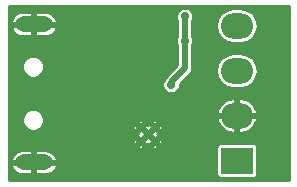
<source format=gbl>
G04 #@! TF.FileFunction,Copper,L2,Bot,Signal*
%FSLAX46Y46*%
G04 Gerber Fmt 4.6, Leading zero omitted, Abs format (unit mm)*
G04 Created by KiCad (PCBNEW 4.0.5) date Saturday 15 April 2017 18:44:44*
%MOMM*%
%LPD*%
G01*
G04 APERTURE LIST*
%ADD10C,0.100000*%
%ADD11O,3.200000X1.300000*%
%ADD12R,2.700000X2.200000*%
%ADD13O,2.700000X2.200000*%
%ADD14C,0.500000*%
%ADD15C,0.700000*%
%ADD16C,1.000000*%
%ADD17C,0.500000*%
%ADD18C,0.254000*%
G04 APERTURE END LIST*
D10*
D11*
X2750000Y13850000D03*
X2750000Y2150000D03*
D12*
X19950000Y2285000D03*
D13*
X19950000Y6100000D03*
X19950000Y9900000D03*
X19950000Y13715000D03*
D14*
X12400000Y4525000D03*
X11800000Y3925000D03*
X13000000Y5125000D03*
X13000000Y3925000D03*
X11800000Y5125000D03*
D15*
X7700020Y6202267D03*
X9800021Y9249902D03*
D16*
X7050000Y11500000D03*
D15*
X9450052Y3100000D03*
X11074271Y782664D03*
X14300000Y14250000D03*
X13550000Y9080582D03*
X10550000Y6500000D03*
X7550000Y10500000D03*
X14370240Y8710166D03*
X15550000Y14500000D03*
X15550000Y12450000D03*
D17*
X15550000Y10100000D02*
X14370240Y8920240D01*
X14370240Y8920240D02*
X14370240Y8710166D01*
X15550000Y11955026D02*
X15550000Y10100000D01*
X15550000Y12450000D02*
X15550000Y11955026D01*
X15550000Y12450000D02*
X15550000Y14500000D01*
D18*
G36*
X24373000Y627000D02*
X627000Y627000D01*
X627000Y1865139D01*
X813297Y1865139D01*
X983999Y1513605D01*
X1289651Y1249777D01*
X1673000Y1123000D01*
X2623000Y1123000D01*
X2623000Y2023000D01*
X2877000Y2023000D01*
X2877000Y1123000D01*
X3827000Y1123000D01*
X4210349Y1249777D01*
X4516001Y1513605D01*
X4686703Y1865139D01*
X4624064Y2023000D01*
X2877000Y2023000D01*
X2623000Y2023000D01*
X875936Y2023000D01*
X813297Y1865139D01*
X627000Y1865139D01*
X627000Y2434861D01*
X813297Y2434861D01*
X875936Y2277000D01*
X2623000Y2277000D01*
X2623000Y3177000D01*
X2877000Y3177000D01*
X2877000Y2277000D01*
X4624064Y2277000D01*
X4686703Y2434861D01*
X4516001Y2786395D01*
X4210349Y3050223D01*
X3827000Y3177000D01*
X2877000Y3177000D01*
X2623000Y3177000D01*
X1673000Y3177000D01*
X1289651Y3050223D01*
X983999Y2786395D01*
X813297Y2434861D01*
X627000Y2434861D01*
X627000Y3461487D01*
X11513264Y3461487D01*
X11532619Y3344318D01*
X11775190Y3286198D01*
X12021537Y3325329D01*
X12067381Y3344318D01*
X12086736Y3461487D01*
X12713264Y3461487D01*
X12732619Y3344318D01*
X12975190Y3286198D01*
X13221537Y3325329D01*
X13267381Y3344318D01*
X13274101Y3385000D01*
X18211536Y3385000D01*
X18211536Y1185000D01*
X18238103Y1043810D01*
X18321546Y914135D01*
X18448866Y827141D01*
X18600000Y796536D01*
X21300000Y796536D01*
X21441190Y823103D01*
X21570865Y906546D01*
X21657859Y1033866D01*
X21688464Y1185000D01*
X21688464Y3385000D01*
X21661897Y3526190D01*
X21578454Y3655865D01*
X21451134Y3742859D01*
X21300000Y3773464D01*
X18600000Y3773464D01*
X18458810Y3746897D01*
X18329135Y3663454D01*
X18242141Y3536134D01*
X18211536Y3385000D01*
X13274101Y3385000D01*
X13286736Y3461487D01*
X13000000Y3748223D01*
X12713264Y3461487D01*
X12086736Y3461487D01*
X11800000Y3748223D01*
X11513264Y3461487D01*
X627000Y3461487D01*
X627000Y3949810D01*
X11161198Y3949810D01*
X11200329Y3703463D01*
X11219318Y3657619D01*
X11336487Y3638264D01*
X11623223Y3925000D01*
X11976777Y3925000D01*
X12263513Y3638264D01*
X12380682Y3657619D01*
X12396875Y3725204D01*
X12400329Y3703463D01*
X12419318Y3657619D01*
X12536487Y3638264D01*
X12823223Y3925000D01*
X13176777Y3925000D01*
X13463513Y3638264D01*
X13580682Y3657619D01*
X13638802Y3900190D01*
X13599671Y4146537D01*
X13580682Y4192381D01*
X13463513Y4211736D01*
X13176777Y3925000D01*
X12823223Y3925000D01*
X12400000Y4348223D01*
X11976777Y3925000D01*
X11623223Y3925000D01*
X11336487Y4211736D01*
X11219318Y4192381D01*
X11161198Y3949810D01*
X627000Y3949810D01*
X627000Y4661487D01*
X11513264Y4661487D01*
X11532619Y4544318D01*
X11600204Y4528125D01*
X11578463Y4524671D01*
X11532619Y4505682D01*
X11513264Y4388513D01*
X11800000Y4101777D01*
X12223223Y4525000D01*
X12576777Y4525000D01*
X13000000Y4101777D01*
X13286736Y4388513D01*
X13267381Y4505682D01*
X13199796Y4521875D01*
X13221537Y4525329D01*
X13267381Y4544318D01*
X13286736Y4661487D01*
X13000000Y4948223D01*
X12576777Y4525000D01*
X12223223Y4525000D01*
X11800000Y4948223D01*
X11513264Y4661487D01*
X627000Y4661487D01*
X627000Y5565625D01*
X1768839Y5565625D01*
X1910277Y5223320D01*
X2171943Y4961197D01*
X2514000Y4819162D01*
X2884375Y4818839D01*
X3226680Y4960277D01*
X3416544Y5149810D01*
X11161198Y5149810D01*
X11200329Y4903463D01*
X11219318Y4857619D01*
X11336487Y4838264D01*
X11623223Y5125000D01*
X11976777Y5125000D01*
X12400000Y4701777D01*
X12823223Y5125000D01*
X13176777Y5125000D01*
X13463513Y4838264D01*
X13580682Y4857619D01*
X13638802Y5100190D01*
X13599671Y5346537D01*
X13580682Y5392381D01*
X13463513Y5411736D01*
X13176777Y5125000D01*
X12823223Y5125000D01*
X12536487Y5411736D01*
X12419318Y5392381D01*
X12403125Y5324796D01*
X12399671Y5346537D01*
X12380682Y5392381D01*
X12263513Y5411736D01*
X11976777Y5125000D01*
X11623223Y5125000D01*
X11336487Y5411736D01*
X11219318Y5392381D01*
X11161198Y5149810D01*
X3416544Y5149810D01*
X3488803Y5221943D01*
X3630838Y5564000D01*
X3630859Y5588513D01*
X11513264Y5588513D01*
X11800000Y5301777D01*
X12086736Y5588513D01*
X12713264Y5588513D01*
X13000000Y5301777D01*
X13286736Y5588513D01*
X13267381Y5705682D01*
X13105929Y5744366D01*
X18266454Y5744366D01*
X18287401Y5634369D01*
X18573118Y5129235D01*
X19030392Y4771891D01*
X19589608Y4616739D01*
X19823000Y4711981D01*
X19823000Y5973000D01*
X20077000Y5973000D01*
X20077000Y4711981D01*
X20310392Y4616739D01*
X20869608Y4771891D01*
X21326882Y5129235D01*
X21612599Y5634369D01*
X21633546Y5744366D01*
X21576905Y5973000D01*
X20077000Y5973000D01*
X19823000Y5973000D01*
X18323095Y5973000D01*
X18266454Y5744366D01*
X13105929Y5744366D01*
X13024810Y5763802D01*
X12778463Y5724671D01*
X12732619Y5705682D01*
X12713264Y5588513D01*
X12086736Y5588513D01*
X12067381Y5705682D01*
X11824810Y5763802D01*
X11578463Y5724671D01*
X11532619Y5705682D01*
X11513264Y5588513D01*
X3630859Y5588513D01*
X3631161Y5934375D01*
X3489723Y6276680D01*
X3311081Y6455634D01*
X18266454Y6455634D01*
X18323095Y6227000D01*
X19823000Y6227000D01*
X19823000Y7488019D01*
X20077000Y7488019D01*
X20077000Y6227000D01*
X21576905Y6227000D01*
X21633546Y6455634D01*
X21612599Y6565631D01*
X21326882Y7070765D01*
X20869608Y7428109D01*
X20310392Y7583261D01*
X20077000Y7488019D01*
X19823000Y7488019D01*
X19589608Y7583261D01*
X19030392Y7428109D01*
X18573118Y7070765D01*
X18287401Y6565631D01*
X18266454Y6455634D01*
X3311081Y6455634D01*
X3228057Y6538803D01*
X2886000Y6680838D01*
X2515625Y6681161D01*
X2173320Y6539723D01*
X1911197Y6278057D01*
X1769162Y5936000D01*
X1768839Y5565625D01*
X627000Y5565625D01*
X627000Y8565399D01*
X13639114Y8565399D01*
X13750167Y8296629D01*
X13955621Y8090816D01*
X14224197Y7979293D01*
X14515007Y7979040D01*
X14783777Y8090093D01*
X14989590Y8295547D01*
X15101113Y8564123D01*
X15101282Y8758914D01*
X15996185Y9653816D01*
X16132968Y9858527D01*
X16141217Y9900000D01*
X18185088Y9900000D01*
X18297822Y9333246D01*
X18618863Y8852775D01*
X19099334Y8531734D01*
X19666088Y8419000D01*
X20233912Y8419000D01*
X20800666Y8531734D01*
X21281137Y8852775D01*
X21602178Y9333246D01*
X21714912Y9900000D01*
X21602178Y10466754D01*
X21281137Y10947225D01*
X20800666Y11268266D01*
X20233912Y11381000D01*
X19666088Y11381000D01*
X19099334Y11268266D01*
X18618863Y10947225D01*
X18297822Y10466754D01*
X18185088Y9900000D01*
X16141217Y9900000D01*
X16181000Y10100000D01*
X16181000Y12063437D01*
X16280873Y12303957D01*
X16281126Y12594767D01*
X16181000Y12837092D01*
X16181000Y13715000D01*
X18185088Y13715000D01*
X18297822Y13148246D01*
X18618863Y12667775D01*
X19099334Y12346734D01*
X19666088Y12234000D01*
X20233912Y12234000D01*
X20800666Y12346734D01*
X21281137Y12667775D01*
X21602178Y13148246D01*
X21714912Y13715000D01*
X21602178Y14281754D01*
X21281137Y14762225D01*
X20800666Y15083266D01*
X20233912Y15196000D01*
X19666088Y15196000D01*
X19099334Y15083266D01*
X18618863Y14762225D01*
X18297822Y14281754D01*
X18185088Y13715000D01*
X16181000Y13715000D01*
X16181000Y14113437D01*
X16280873Y14353957D01*
X16281126Y14644767D01*
X16170073Y14913537D01*
X15964619Y15119350D01*
X15696043Y15230873D01*
X15405233Y15231126D01*
X15136463Y15120073D01*
X14930650Y14914619D01*
X14819127Y14646043D01*
X14818874Y14355233D01*
X14919000Y14112908D01*
X14919000Y12836563D01*
X14819127Y12596043D01*
X14818874Y12305233D01*
X14919000Y12062908D01*
X14919000Y10361369D01*
X13924056Y9366424D01*
X13787272Y9161713D01*
X13787121Y9160953D01*
X13750890Y9124785D01*
X13639367Y8856209D01*
X13639114Y8565399D01*
X627000Y8565399D01*
X627000Y10065625D01*
X1768839Y10065625D01*
X1910277Y9723320D01*
X2171943Y9461197D01*
X2514000Y9319162D01*
X2884375Y9318839D01*
X3226680Y9460277D01*
X3488803Y9721943D01*
X3630838Y10064000D01*
X3631161Y10434375D01*
X3489723Y10776680D01*
X3228057Y11038803D01*
X2886000Y11180838D01*
X2515625Y11181161D01*
X2173320Y11039723D01*
X1911197Y10778057D01*
X1769162Y10436000D01*
X1768839Y10065625D01*
X627000Y10065625D01*
X627000Y13565139D01*
X813297Y13565139D01*
X983999Y13213605D01*
X1289651Y12949777D01*
X1673000Y12823000D01*
X2623000Y12823000D01*
X2623000Y13723000D01*
X2877000Y13723000D01*
X2877000Y12823000D01*
X3827000Y12823000D01*
X4210349Y12949777D01*
X4516001Y13213605D01*
X4686703Y13565139D01*
X4624064Y13723000D01*
X2877000Y13723000D01*
X2623000Y13723000D01*
X875936Y13723000D01*
X813297Y13565139D01*
X627000Y13565139D01*
X627000Y14134861D01*
X813297Y14134861D01*
X875936Y13977000D01*
X2623000Y13977000D01*
X2623000Y14877000D01*
X2877000Y14877000D01*
X2877000Y13977000D01*
X4624064Y13977000D01*
X4686703Y14134861D01*
X4516001Y14486395D01*
X4210349Y14750223D01*
X3827000Y14877000D01*
X2877000Y14877000D01*
X2623000Y14877000D01*
X1673000Y14877000D01*
X1289651Y14750223D01*
X983999Y14486395D01*
X813297Y14134861D01*
X627000Y14134861D01*
X627000Y15373000D01*
X24373000Y15373000D01*
X24373000Y627000D01*
X24373000Y627000D01*
G37*
X24373000Y627000D02*
X627000Y627000D01*
X627000Y1865139D01*
X813297Y1865139D01*
X983999Y1513605D01*
X1289651Y1249777D01*
X1673000Y1123000D01*
X2623000Y1123000D01*
X2623000Y2023000D01*
X2877000Y2023000D01*
X2877000Y1123000D01*
X3827000Y1123000D01*
X4210349Y1249777D01*
X4516001Y1513605D01*
X4686703Y1865139D01*
X4624064Y2023000D01*
X2877000Y2023000D01*
X2623000Y2023000D01*
X875936Y2023000D01*
X813297Y1865139D01*
X627000Y1865139D01*
X627000Y2434861D01*
X813297Y2434861D01*
X875936Y2277000D01*
X2623000Y2277000D01*
X2623000Y3177000D01*
X2877000Y3177000D01*
X2877000Y2277000D01*
X4624064Y2277000D01*
X4686703Y2434861D01*
X4516001Y2786395D01*
X4210349Y3050223D01*
X3827000Y3177000D01*
X2877000Y3177000D01*
X2623000Y3177000D01*
X1673000Y3177000D01*
X1289651Y3050223D01*
X983999Y2786395D01*
X813297Y2434861D01*
X627000Y2434861D01*
X627000Y3461487D01*
X11513264Y3461487D01*
X11532619Y3344318D01*
X11775190Y3286198D01*
X12021537Y3325329D01*
X12067381Y3344318D01*
X12086736Y3461487D01*
X12713264Y3461487D01*
X12732619Y3344318D01*
X12975190Y3286198D01*
X13221537Y3325329D01*
X13267381Y3344318D01*
X13274101Y3385000D01*
X18211536Y3385000D01*
X18211536Y1185000D01*
X18238103Y1043810D01*
X18321546Y914135D01*
X18448866Y827141D01*
X18600000Y796536D01*
X21300000Y796536D01*
X21441190Y823103D01*
X21570865Y906546D01*
X21657859Y1033866D01*
X21688464Y1185000D01*
X21688464Y3385000D01*
X21661897Y3526190D01*
X21578454Y3655865D01*
X21451134Y3742859D01*
X21300000Y3773464D01*
X18600000Y3773464D01*
X18458810Y3746897D01*
X18329135Y3663454D01*
X18242141Y3536134D01*
X18211536Y3385000D01*
X13274101Y3385000D01*
X13286736Y3461487D01*
X13000000Y3748223D01*
X12713264Y3461487D01*
X12086736Y3461487D01*
X11800000Y3748223D01*
X11513264Y3461487D01*
X627000Y3461487D01*
X627000Y3949810D01*
X11161198Y3949810D01*
X11200329Y3703463D01*
X11219318Y3657619D01*
X11336487Y3638264D01*
X11623223Y3925000D01*
X11976777Y3925000D01*
X12263513Y3638264D01*
X12380682Y3657619D01*
X12396875Y3725204D01*
X12400329Y3703463D01*
X12419318Y3657619D01*
X12536487Y3638264D01*
X12823223Y3925000D01*
X13176777Y3925000D01*
X13463513Y3638264D01*
X13580682Y3657619D01*
X13638802Y3900190D01*
X13599671Y4146537D01*
X13580682Y4192381D01*
X13463513Y4211736D01*
X13176777Y3925000D01*
X12823223Y3925000D01*
X12400000Y4348223D01*
X11976777Y3925000D01*
X11623223Y3925000D01*
X11336487Y4211736D01*
X11219318Y4192381D01*
X11161198Y3949810D01*
X627000Y3949810D01*
X627000Y4661487D01*
X11513264Y4661487D01*
X11532619Y4544318D01*
X11600204Y4528125D01*
X11578463Y4524671D01*
X11532619Y4505682D01*
X11513264Y4388513D01*
X11800000Y4101777D01*
X12223223Y4525000D01*
X12576777Y4525000D01*
X13000000Y4101777D01*
X13286736Y4388513D01*
X13267381Y4505682D01*
X13199796Y4521875D01*
X13221537Y4525329D01*
X13267381Y4544318D01*
X13286736Y4661487D01*
X13000000Y4948223D01*
X12576777Y4525000D01*
X12223223Y4525000D01*
X11800000Y4948223D01*
X11513264Y4661487D01*
X627000Y4661487D01*
X627000Y5565625D01*
X1768839Y5565625D01*
X1910277Y5223320D01*
X2171943Y4961197D01*
X2514000Y4819162D01*
X2884375Y4818839D01*
X3226680Y4960277D01*
X3416544Y5149810D01*
X11161198Y5149810D01*
X11200329Y4903463D01*
X11219318Y4857619D01*
X11336487Y4838264D01*
X11623223Y5125000D01*
X11976777Y5125000D01*
X12400000Y4701777D01*
X12823223Y5125000D01*
X13176777Y5125000D01*
X13463513Y4838264D01*
X13580682Y4857619D01*
X13638802Y5100190D01*
X13599671Y5346537D01*
X13580682Y5392381D01*
X13463513Y5411736D01*
X13176777Y5125000D01*
X12823223Y5125000D01*
X12536487Y5411736D01*
X12419318Y5392381D01*
X12403125Y5324796D01*
X12399671Y5346537D01*
X12380682Y5392381D01*
X12263513Y5411736D01*
X11976777Y5125000D01*
X11623223Y5125000D01*
X11336487Y5411736D01*
X11219318Y5392381D01*
X11161198Y5149810D01*
X3416544Y5149810D01*
X3488803Y5221943D01*
X3630838Y5564000D01*
X3630859Y5588513D01*
X11513264Y5588513D01*
X11800000Y5301777D01*
X12086736Y5588513D01*
X12713264Y5588513D01*
X13000000Y5301777D01*
X13286736Y5588513D01*
X13267381Y5705682D01*
X13105929Y5744366D01*
X18266454Y5744366D01*
X18287401Y5634369D01*
X18573118Y5129235D01*
X19030392Y4771891D01*
X19589608Y4616739D01*
X19823000Y4711981D01*
X19823000Y5973000D01*
X20077000Y5973000D01*
X20077000Y4711981D01*
X20310392Y4616739D01*
X20869608Y4771891D01*
X21326882Y5129235D01*
X21612599Y5634369D01*
X21633546Y5744366D01*
X21576905Y5973000D01*
X20077000Y5973000D01*
X19823000Y5973000D01*
X18323095Y5973000D01*
X18266454Y5744366D01*
X13105929Y5744366D01*
X13024810Y5763802D01*
X12778463Y5724671D01*
X12732619Y5705682D01*
X12713264Y5588513D01*
X12086736Y5588513D01*
X12067381Y5705682D01*
X11824810Y5763802D01*
X11578463Y5724671D01*
X11532619Y5705682D01*
X11513264Y5588513D01*
X3630859Y5588513D01*
X3631161Y5934375D01*
X3489723Y6276680D01*
X3311081Y6455634D01*
X18266454Y6455634D01*
X18323095Y6227000D01*
X19823000Y6227000D01*
X19823000Y7488019D01*
X20077000Y7488019D01*
X20077000Y6227000D01*
X21576905Y6227000D01*
X21633546Y6455634D01*
X21612599Y6565631D01*
X21326882Y7070765D01*
X20869608Y7428109D01*
X20310392Y7583261D01*
X20077000Y7488019D01*
X19823000Y7488019D01*
X19589608Y7583261D01*
X19030392Y7428109D01*
X18573118Y7070765D01*
X18287401Y6565631D01*
X18266454Y6455634D01*
X3311081Y6455634D01*
X3228057Y6538803D01*
X2886000Y6680838D01*
X2515625Y6681161D01*
X2173320Y6539723D01*
X1911197Y6278057D01*
X1769162Y5936000D01*
X1768839Y5565625D01*
X627000Y5565625D01*
X627000Y8565399D01*
X13639114Y8565399D01*
X13750167Y8296629D01*
X13955621Y8090816D01*
X14224197Y7979293D01*
X14515007Y7979040D01*
X14783777Y8090093D01*
X14989590Y8295547D01*
X15101113Y8564123D01*
X15101282Y8758914D01*
X15996185Y9653816D01*
X16132968Y9858527D01*
X16141217Y9900000D01*
X18185088Y9900000D01*
X18297822Y9333246D01*
X18618863Y8852775D01*
X19099334Y8531734D01*
X19666088Y8419000D01*
X20233912Y8419000D01*
X20800666Y8531734D01*
X21281137Y8852775D01*
X21602178Y9333246D01*
X21714912Y9900000D01*
X21602178Y10466754D01*
X21281137Y10947225D01*
X20800666Y11268266D01*
X20233912Y11381000D01*
X19666088Y11381000D01*
X19099334Y11268266D01*
X18618863Y10947225D01*
X18297822Y10466754D01*
X18185088Y9900000D01*
X16141217Y9900000D01*
X16181000Y10100000D01*
X16181000Y12063437D01*
X16280873Y12303957D01*
X16281126Y12594767D01*
X16181000Y12837092D01*
X16181000Y13715000D01*
X18185088Y13715000D01*
X18297822Y13148246D01*
X18618863Y12667775D01*
X19099334Y12346734D01*
X19666088Y12234000D01*
X20233912Y12234000D01*
X20800666Y12346734D01*
X21281137Y12667775D01*
X21602178Y13148246D01*
X21714912Y13715000D01*
X21602178Y14281754D01*
X21281137Y14762225D01*
X20800666Y15083266D01*
X20233912Y15196000D01*
X19666088Y15196000D01*
X19099334Y15083266D01*
X18618863Y14762225D01*
X18297822Y14281754D01*
X18185088Y13715000D01*
X16181000Y13715000D01*
X16181000Y14113437D01*
X16280873Y14353957D01*
X16281126Y14644767D01*
X16170073Y14913537D01*
X15964619Y15119350D01*
X15696043Y15230873D01*
X15405233Y15231126D01*
X15136463Y15120073D01*
X14930650Y14914619D01*
X14819127Y14646043D01*
X14818874Y14355233D01*
X14919000Y14112908D01*
X14919000Y12836563D01*
X14819127Y12596043D01*
X14818874Y12305233D01*
X14919000Y12062908D01*
X14919000Y10361369D01*
X13924056Y9366424D01*
X13787272Y9161713D01*
X13787121Y9160953D01*
X13750890Y9124785D01*
X13639367Y8856209D01*
X13639114Y8565399D01*
X627000Y8565399D01*
X627000Y10065625D01*
X1768839Y10065625D01*
X1910277Y9723320D01*
X2171943Y9461197D01*
X2514000Y9319162D01*
X2884375Y9318839D01*
X3226680Y9460277D01*
X3488803Y9721943D01*
X3630838Y10064000D01*
X3631161Y10434375D01*
X3489723Y10776680D01*
X3228057Y11038803D01*
X2886000Y11180838D01*
X2515625Y11181161D01*
X2173320Y11039723D01*
X1911197Y10778057D01*
X1769162Y10436000D01*
X1768839Y10065625D01*
X627000Y10065625D01*
X627000Y13565139D01*
X813297Y13565139D01*
X983999Y13213605D01*
X1289651Y12949777D01*
X1673000Y12823000D01*
X2623000Y12823000D01*
X2623000Y13723000D01*
X2877000Y13723000D01*
X2877000Y12823000D01*
X3827000Y12823000D01*
X4210349Y12949777D01*
X4516001Y13213605D01*
X4686703Y13565139D01*
X4624064Y13723000D01*
X2877000Y13723000D01*
X2623000Y13723000D01*
X875936Y13723000D01*
X813297Y13565139D01*
X627000Y13565139D01*
X627000Y14134861D01*
X813297Y14134861D01*
X875936Y13977000D01*
X2623000Y13977000D01*
X2623000Y14877000D01*
X2877000Y14877000D01*
X2877000Y13977000D01*
X4624064Y13977000D01*
X4686703Y14134861D01*
X4516001Y14486395D01*
X4210349Y14750223D01*
X3827000Y14877000D01*
X2877000Y14877000D01*
X2623000Y14877000D01*
X1673000Y14877000D01*
X1289651Y14750223D01*
X983999Y14486395D01*
X813297Y14134861D01*
X627000Y14134861D01*
X627000Y15373000D01*
X24373000Y15373000D01*
X24373000Y627000D01*
M02*

</source>
